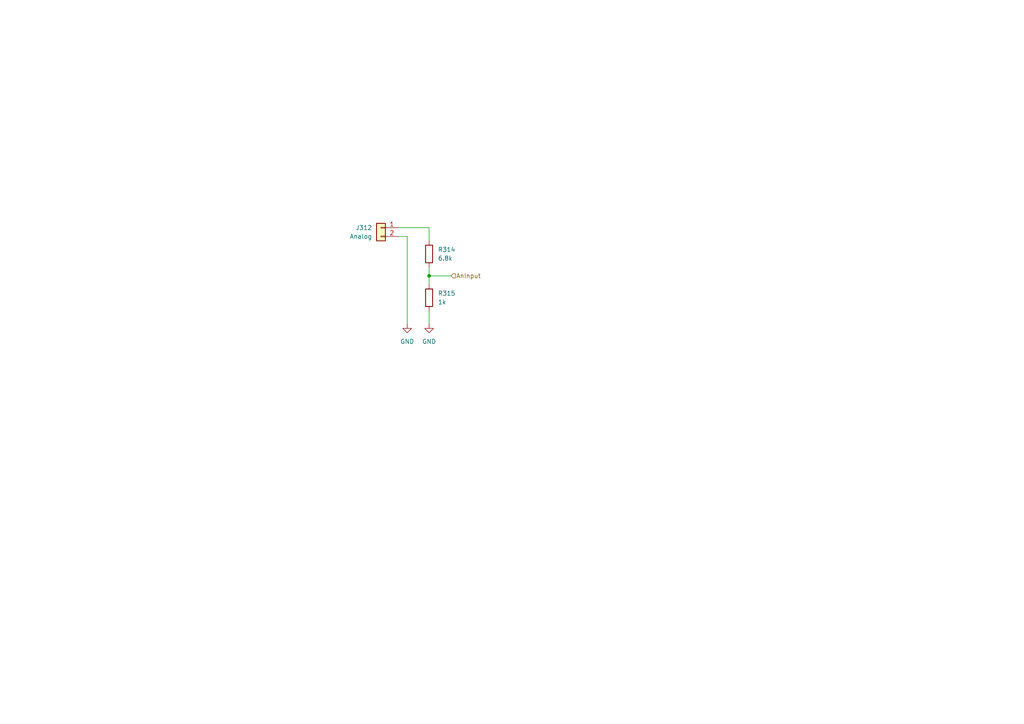
<source format=kicad_sch>
(kicad_sch (version 20250114) (generator "eeschema") (generator_version "9.0")
  (paper "A4")
  (lib_symbols
    (symbol "Connector_Generic:Conn_01x02" (pin_names (offset 1.016) (hide yes))
      (property "Reference" "J" (at 0 2.54 0))
      (property "Value" "Conn_01x02" (at 0 -5.08 0))
      (symbol "Conn_01x02_1_1"
        (rectangle (start -1.27 1.27) (end 1.27 -3.81) (stroke (width 0.254)) (fill (type background)))
        (rectangle (start -1.27 0.127) (end 0 -0.127) (stroke (width 0.1524)))
        (rectangle (start -1.27 -2.413) (end 0 -2.667) (stroke (width 0.1524)))
        (pin passive line (at -5.08 0 0) (length 3.81) (name "Pin_1") (number "1"))
        (pin passive line (at -5.08 -2.54 0) (length 3.81) (name "Pin_2") (number "2"))
      )
    )
    (symbol "Device:R" (pin_numbers (hide yes)) (pin_names (offset 0))
      (property "Reference" "R" (at 2.032 0 90))
      (property "Value" "R" (at 0 0 90))
      (symbol "R_0_1"
        (rectangle (start -1.016 -2.54) (end 1.016 2.54) (stroke (width 0.254)))
      )
      (symbol "R_1_1"
        (pin passive line (at 0 3.81 270) (length 1.27) (name "~") (number "1"))
        (pin passive line (at 0 -3.81 90) (length 1.27) (name "~") (number "2"))
      )
    )
    (symbol "power:GND" (power) (pin_numbers (hide yes)) (pin_names (offset 0) (hide yes))
      (property "Value" "GND" (at 0 -3.81 0))
      (symbol "GND_0_1"
        (polyline (pts (xy 0 0) (xy 0 -1.27) (xy 1.27 -1.27) (xy 0 -2.54) (xy -1.27 -1.27) (xy 0 -1.27)))
      )
      (symbol "GND_1_1"
        (pin power_in line (at 0 0 270) (length 0) (name "~") (number "1"))
      )
    )
  )
  (junction (at 124.46 80.01))
  (wire (pts (xy 124.46 69.85) (xy 124.46 66.04)))
  (wire (pts (xy 124.46 77.47) (xy 124.46 80.01)))
  (wire (pts (xy 124.46 80.01) (xy 130.81 80.01)))
  (wire (pts (xy 115.57 68.58) (xy 118.11 68.58)))
  (wire (pts (xy 118.11 68.58) (xy 118.11 93.98)))
  (wire (pts (xy 124.46 90.17) (xy 124.46 93.98)))
  (wire (pts (xy 115.57 66.04) (xy 124.46 66.04)))
  (wire (pts (xy 124.46 80.01) (xy 124.46 82.55)))
  (hierarchical_label "AnInput" (shape input) (at 130.81 80.01 0))
  (symbol (lib_id "power:GND") (at 124.46 93.98 0) (unit 1)
    (property "Reference" "#PWR0352" (effects (hide yes)))
    (property "Value" "GND" (at 124.46 99.06 0))
    (property "Description" "Power symbol creates a global label with name \"GND\" , ground" (effects (hide yes)))
    (instances (project "ESP32_RemoteWetherstation" (path "" (reference "#PWR0356") (unit 1)) (path "" (reference "#PWR0352") (unit 1)) (path "" (reference "#PWR0354") (unit 1))))
  )
  (symbol (lib_id "power:GND") (at 118.11 93.98 0) (unit 1)
    (property "Reference" "#PWR0351" (effects (hide yes)))
    (property "Value" "GND" (at 118.11 99.06 0))
    (property "Description" "Power symbol creates a global label with name \"GND\" , ground" (effects (hide yes)))
    (instances (project "ESP32_RemoteWetherstation" (path "" (reference "#PWR0355") (unit 1)) (path "" (reference "#PWR0351") (unit 1)) (path "" (reference "#PWR0353") (unit 1))))
  )
  (symbol (lib_id "Connector_Generic:Conn_01x02") (at 110.49 66.04 0) (mirror y) (unit 1)
    (property "Reference" "J310" (at 107.95 66.0399 0) (effects (justify left)))
    (property "Value" "Analog" (at 107.95 68.5799 0) (effects (justify left)))
    (property "Footprint" "Connector_PinHeader_2.54mm:PinHeader_1x02_P2.54mm_Vertical" (effects (hide yes)))
    (property "Description" "Generic connector, single row, 01x02, script generated (kicad-library-utils/schlib/autogen/connector/)" (effects (hide yes)))
    (instances (project "ESP32_RemoteWetherstation" (path "" (reference "J312") (unit 1)) (path "" (reference "J310") (unit 1)) (path "" (reference "J311") (unit 1))))
  )
  (symbol (lib_id "Device:R") (at 124.46 86.36 0) (unit 1)
    (property "Reference" "R311" (at 127 85.0899 0) (effects (justify left)))
    (property "Value" "1k" (at 127 87.6299 0) (effects (justify left)))
    (property "Footprint" "Resistor_SMD:R_0603_1608Metric" (effects (hide yes)))
    (property "Description" "Resistor" (effects (hide yes)))
    (instances (project "ESP32_RemoteWetherstation" (path "" (reference "R315") (unit 1)) (path "" (reference "R311") (unit 1)) (path "" (reference "R313") (unit 1))))
  )
  (symbol (lib_id "Device:R") (at 124.46 73.66 0) (unit 1)
    (property "Reference" "R310" (at 127 72.3899 0) (effects (justify left)))
    (property "Value" "6.8k" (at 127 74.9299 0) (effects (justify left)))
    (property "Footprint" "Resistor_SMD:R_0603_1608Metric" (effects (hide yes)))
    (property "Description" "Resistor" (effects (hide yes)))
    (instances (project "ESP32_RemoteWetherstation" (path "" (reference "R314") (unit 1)) (path "" (reference "R310") (unit 1)) (path "" (reference "R312") (unit 1))))
  )
)
</source>
